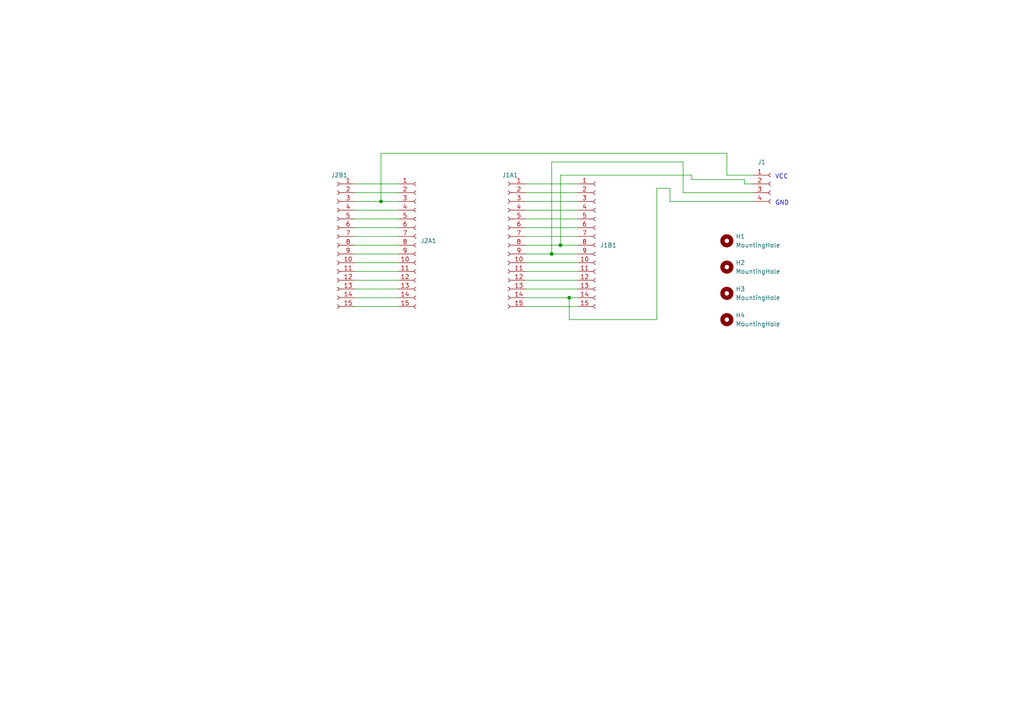
<source format=kicad_sch>
(kicad_sch (version 20211123) (generator eeschema)

  (uuid a6cac225-80c9-42d7-bb5e-e6d0df0e97f6)

  (paper "A4")

  (lib_symbols
    (symbol "Connector:Conn_01x04_Female" (pin_names (offset 1.016) hide) (in_bom yes) (on_board yes)
      (property "Reference" "J" (id 0) (at 0 5.08 0)
        (effects (font (size 1.27 1.27)))
      )
      (property "Value" "Conn_01x04_Female" (id 1) (at 0 -7.62 0)
        (effects (font (size 1.27 1.27)))
      )
      (property "Footprint" "" (id 2) (at 0 0 0)
        (effects (font (size 1.27 1.27)) hide)
      )
      (property "Datasheet" "~" (id 3) (at 0 0 0)
        (effects (font (size 1.27 1.27)) hide)
      )
      (property "ki_keywords" "connector" (id 4) (at 0 0 0)
        (effects (font (size 1.27 1.27)) hide)
      )
      (property "ki_description" "Generic connector, single row, 01x04, script generated (kicad-library-utils/schlib/autogen/connector/)" (id 5) (at 0 0 0)
        (effects (font (size 1.27 1.27)) hide)
      )
      (property "ki_fp_filters" "Connector*:*_1x??_*" (id 6) (at 0 0 0)
        (effects (font (size 1.27 1.27)) hide)
      )
      (symbol "Conn_01x04_Female_1_1"
        (arc (start 0 -4.572) (mid -0.508 -5.08) (end 0 -5.588)
          (stroke (width 0.1524) (type default) (color 0 0 0 0))
          (fill (type none))
        )
        (arc (start 0 -2.032) (mid -0.508 -2.54) (end 0 -3.048)
          (stroke (width 0.1524) (type default) (color 0 0 0 0))
          (fill (type none))
        )
        (polyline
          (pts
            (xy -1.27 -5.08)
            (xy -0.508 -5.08)
          )
          (stroke (width 0.1524) (type default) (color 0 0 0 0))
          (fill (type none))
        )
        (polyline
          (pts
            (xy -1.27 -2.54)
            (xy -0.508 -2.54)
          )
          (stroke (width 0.1524) (type default) (color 0 0 0 0))
          (fill (type none))
        )
        (polyline
          (pts
            (xy -1.27 0)
            (xy -0.508 0)
          )
          (stroke (width 0.1524) (type default) (color 0 0 0 0))
          (fill (type none))
        )
        (polyline
          (pts
            (xy -1.27 2.54)
            (xy -0.508 2.54)
          )
          (stroke (width 0.1524) (type default) (color 0 0 0 0))
          (fill (type none))
        )
        (arc (start 0 0.508) (mid -0.508 0) (end 0 -0.508)
          (stroke (width 0.1524) (type default) (color 0 0 0 0))
          (fill (type none))
        )
        (arc (start 0 3.048) (mid -0.508 2.54) (end 0 2.032)
          (stroke (width 0.1524) (type default) (color 0 0 0 0))
          (fill (type none))
        )
        (pin passive line (at -5.08 2.54 0) (length 3.81)
          (name "Pin_1" (effects (font (size 1.27 1.27))))
          (number "1" (effects (font (size 1.27 1.27))))
        )
        (pin passive line (at -5.08 0 0) (length 3.81)
          (name "Pin_2" (effects (font (size 1.27 1.27))))
          (number "2" (effects (font (size 1.27 1.27))))
        )
        (pin passive line (at -5.08 -2.54 0) (length 3.81)
          (name "Pin_3" (effects (font (size 1.27 1.27))))
          (number "3" (effects (font (size 1.27 1.27))))
        )
        (pin passive line (at -5.08 -5.08 0) (length 3.81)
          (name "Pin_4" (effects (font (size 1.27 1.27))))
          (number "4" (effects (font (size 1.27 1.27))))
        )
      )
    )
    (symbol "Connector:Conn_01x15_Female" (pin_names (offset 1.016) hide) (in_bom yes) (on_board yes)
      (property "Reference" "J" (id 0) (at 0 20.32 0)
        (effects (font (size 1.27 1.27)))
      )
      (property "Value" "Conn_01x15_Female" (id 1) (at 0 -20.32 0)
        (effects (font (size 1.27 1.27)))
      )
      (property "Footprint" "" (id 2) (at 0 0 0)
        (effects (font (size 1.27 1.27)) hide)
      )
      (property "Datasheet" "~" (id 3) (at 0 0 0)
        (effects (font (size 1.27 1.27)) hide)
      )
      (property "ki_keywords" "connector" (id 4) (at 0 0 0)
        (effects (font (size 1.27 1.27)) hide)
      )
      (property "ki_description" "Generic connector, single row, 01x15, script generated (kicad-library-utils/schlib/autogen/connector/)" (id 5) (at 0 0 0)
        (effects (font (size 1.27 1.27)) hide)
      )
      (property "ki_fp_filters" "Connector*:*_1x??_*" (id 6) (at 0 0 0)
        (effects (font (size 1.27 1.27)) hide)
      )
      (symbol "Conn_01x15_Female_1_1"
        (arc (start 0 -17.272) (mid -0.508 -17.78) (end 0 -18.288)
          (stroke (width 0.1524) (type default) (color 0 0 0 0))
          (fill (type none))
        )
        (arc (start 0 -14.732) (mid -0.508 -15.24) (end 0 -15.748)
          (stroke (width 0.1524) (type default) (color 0 0 0 0))
          (fill (type none))
        )
        (arc (start 0 -12.192) (mid -0.508 -12.7) (end 0 -13.208)
          (stroke (width 0.1524) (type default) (color 0 0 0 0))
          (fill (type none))
        )
        (arc (start 0 -9.652) (mid -0.508 -10.16) (end 0 -10.668)
          (stroke (width 0.1524) (type default) (color 0 0 0 0))
          (fill (type none))
        )
        (arc (start 0 -7.112) (mid -0.508 -7.62) (end 0 -8.128)
          (stroke (width 0.1524) (type default) (color 0 0 0 0))
          (fill (type none))
        )
        (arc (start 0 -4.572) (mid -0.508 -5.08) (end 0 -5.588)
          (stroke (width 0.1524) (type default) (color 0 0 0 0))
          (fill (type none))
        )
        (arc (start 0 -2.032) (mid -0.508 -2.54) (end 0 -3.048)
          (stroke (width 0.1524) (type default) (color 0 0 0 0))
          (fill (type none))
        )
        (polyline
          (pts
            (xy -1.27 -17.78)
            (xy -0.508 -17.78)
          )
          (stroke (width 0.1524) (type default) (color 0 0 0 0))
          (fill (type none))
        )
        (polyline
          (pts
            (xy -1.27 -15.24)
            (xy -0.508 -15.24)
          )
          (stroke (width 0.1524) (type default) (color 0 0 0 0))
          (fill (type none))
        )
        (polyline
          (pts
            (xy -1.27 -12.7)
            (xy -0.508 -12.7)
          )
          (stroke (width 0.1524) (type default) (color 0 0 0 0))
          (fill (type none))
        )
        (polyline
          (pts
            (xy -1.27 -10.16)
            (xy -0.508 -10.16)
          )
          (stroke (width 0.1524) (type default) (color 0 0 0 0))
          (fill (type none))
        )
        (polyline
          (pts
            (xy -1.27 -7.62)
            (xy -0.508 -7.62)
          )
          (stroke (width 0.1524) (type default) (color 0 0 0 0))
          (fill (type none))
        )
        (polyline
          (pts
            (xy -1.27 -5.08)
            (xy -0.508 -5.08)
          )
          (stroke (width 0.1524) (type default) (color 0 0 0 0))
          (fill (type none))
        )
        (polyline
          (pts
            (xy -1.27 -2.54)
            (xy -0.508 -2.54)
          )
          (stroke (width 0.1524) (type default) (color 0 0 0 0))
          (fill (type none))
        )
        (polyline
          (pts
            (xy -1.27 0)
            (xy -0.508 0)
          )
          (stroke (width 0.1524) (type default) (color 0 0 0 0))
          (fill (type none))
        )
        (polyline
          (pts
            (xy -1.27 2.54)
            (xy -0.508 2.54)
          )
          (stroke (width 0.1524) (type default) (color 0 0 0 0))
          (fill (type none))
        )
        (polyline
          (pts
            (xy -1.27 5.08)
            (xy -0.508 5.08)
          )
          (stroke (width 0.1524) (type default) (color 0 0 0 0))
          (fill (type none))
        )
        (polyline
          (pts
            (xy -1.27 7.62)
            (xy -0.508 7.62)
          )
          (stroke (width 0.1524) (type default) (color 0 0 0 0))
          (fill (type none))
        )
        (polyline
          (pts
            (xy -1.27 10.16)
            (xy -0.508 10.16)
          )
          (stroke (width 0.1524) (type default) (color 0 0 0 0))
          (fill (type none))
        )
        (polyline
          (pts
            (xy -1.27 12.7)
            (xy -0.508 12.7)
          )
          (stroke (width 0.1524) (type default) (color 0 0 0 0))
          (fill (type none))
        )
        (polyline
          (pts
            (xy -1.27 15.24)
            (xy -0.508 15.24)
          )
          (stroke (width 0.1524) (type default) (color 0 0 0 0))
          (fill (type none))
        )
        (polyline
          (pts
            (xy -1.27 17.78)
            (xy -0.508 17.78)
          )
          (stroke (width 0.1524) (type default) (color 0 0 0 0))
          (fill (type none))
        )
        (arc (start 0 0.508) (mid -0.508 0) (end 0 -0.508)
          (stroke (width 0.1524) (type default) (color 0 0 0 0))
          (fill (type none))
        )
        (arc (start 0 3.048) (mid -0.508 2.54) (end 0 2.032)
          (stroke (width 0.1524) (type default) (color 0 0 0 0))
          (fill (type none))
        )
        (arc (start 0 5.588) (mid -0.508 5.08) (end 0 4.572)
          (stroke (width 0.1524) (type default) (color 0 0 0 0))
          (fill (type none))
        )
        (arc (start 0 8.128) (mid -0.508 7.62) (end 0 7.112)
          (stroke (width 0.1524) (type default) (color 0 0 0 0))
          (fill (type none))
        )
        (arc (start 0 10.668) (mid -0.508 10.16) (end 0 9.652)
          (stroke (width 0.1524) (type default) (color 0 0 0 0))
          (fill (type none))
        )
        (arc (start 0 13.208) (mid -0.508 12.7) (end 0 12.192)
          (stroke (width 0.1524) (type default) (color 0 0 0 0))
          (fill (type none))
        )
        (arc (start 0 15.748) (mid -0.508 15.24) (end 0 14.732)
          (stroke (width 0.1524) (type default) (color 0 0 0 0))
          (fill (type none))
        )
        (arc (start 0 18.288) (mid -0.508 17.78) (end 0 17.272)
          (stroke (width 0.1524) (type default) (color 0 0 0 0))
          (fill (type none))
        )
        (pin passive line (at -5.08 17.78 0) (length 3.81)
          (name "Pin_1" (effects (font (size 1.27 1.27))))
          (number "1" (effects (font (size 1.27 1.27))))
        )
        (pin passive line (at -5.08 -5.08 0) (length 3.81)
          (name "Pin_10" (effects (font (size 1.27 1.27))))
          (number "10" (effects (font (size 1.27 1.27))))
        )
        (pin passive line (at -5.08 -7.62 0) (length 3.81)
          (name "Pin_11" (effects (font (size 1.27 1.27))))
          (number "11" (effects (font (size 1.27 1.27))))
        )
        (pin passive line (at -5.08 -10.16 0) (length 3.81)
          (name "Pin_12" (effects (font (size 1.27 1.27))))
          (number "12" (effects (font (size 1.27 1.27))))
        )
        (pin passive line (at -5.08 -12.7 0) (length 3.81)
          (name "Pin_13" (effects (font (size 1.27 1.27))))
          (number "13" (effects (font (size 1.27 1.27))))
        )
        (pin passive line (at -5.08 -15.24 0) (length 3.81)
          (name "Pin_14" (effects (font (size 1.27 1.27))))
          (number "14" (effects (font (size 1.27 1.27))))
        )
        (pin passive line (at -5.08 -17.78 0) (length 3.81)
          (name "Pin_15" (effects (font (size 1.27 1.27))))
          (number "15" (effects (font (size 1.27 1.27))))
        )
        (pin passive line (at -5.08 15.24 0) (length 3.81)
          (name "Pin_2" (effects (font (size 1.27 1.27))))
          (number "2" (effects (font (size 1.27 1.27))))
        )
        (pin passive line (at -5.08 12.7 0) (length 3.81)
          (name "Pin_3" (effects (font (size 1.27 1.27))))
          (number "3" (effects (font (size 1.27 1.27))))
        )
        (pin passive line (at -5.08 10.16 0) (length 3.81)
          (name "Pin_4" (effects (font (size 1.27 1.27))))
          (number "4" (effects (font (size 1.27 1.27))))
        )
        (pin passive line (at -5.08 7.62 0) (length 3.81)
          (name "Pin_5" (effects (font (size 1.27 1.27))))
          (number "5" (effects (font (size 1.27 1.27))))
        )
        (pin passive line (at -5.08 5.08 0) (length 3.81)
          (name "Pin_6" (effects (font (size 1.27 1.27))))
          (number "6" (effects (font (size 1.27 1.27))))
        )
        (pin passive line (at -5.08 2.54 0) (length 3.81)
          (name "Pin_7" (effects (font (size 1.27 1.27))))
          (number "7" (effects (font (size 1.27 1.27))))
        )
        (pin passive line (at -5.08 0 0) (length 3.81)
          (name "Pin_8" (effects (font (size 1.27 1.27))))
          (number "8" (effects (font (size 1.27 1.27))))
        )
        (pin passive line (at -5.08 -2.54 0) (length 3.81)
          (name "Pin_9" (effects (font (size 1.27 1.27))))
          (number "9" (effects (font (size 1.27 1.27))))
        )
      )
    )
    (symbol "Mechanical:MountingHole" (pin_names (offset 1.016)) (in_bom yes) (on_board yes)
      (property "Reference" "H" (id 0) (at 0 5.08 0)
        (effects (font (size 1.27 1.27)))
      )
      (property "Value" "MountingHole" (id 1) (at 0 3.175 0)
        (effects (font (size 1.27 1.27)))
      )
      (property "Footprint" "" (id 2) (at 0 0 0)
        (effects (font (size 1.27 1.27)) hide)
      )
      (property "Datasheet" "~" (id 3) (at 0 0 0)
        (effects (font (size 1.27 1.27)) hide)
      )
      (property "ki_keywords" "mounting hole" (id 4) (at 0 0 0)
        (effects (font (size 1.27 1.27)) hide)
      )
      (property "ki_description" "Mounting Hole without connection" (id 5) (at 0 0 0)
        (effects (font (size 1.27 1.27)) hide)
      )
      (property "ki_fp_filters" "MountingHole*" (id 6) (at 0 0 0)
        (effects (font (size 1.27 1.27)) hide)
      )
      (symbol "MountingHole_0_1"
        (circle (center 0 0) (radius 1.27)
          (stroke (width 1.27) (type default) (color 0 0 0 0))
          (fill (type none))
        )
      )
    )
  )

  (junction (at 110.49 58.42) (diameter 0) (color 0 0 0 0)
    (uuid 1fc1915d-0e0b-4eef-abe3-ec5d140beab6)
  )
  (junction (at 162.56 71.12) (diameter 0) (color 0 0 0 0)
    (uuid 6741cb84-71df-4ec8-a946-d986f6721fda)
  )
  (junction (at 160.02 73.66) (diameter 0) (color 0 0 0 0)
    (uuid 81b75602-807b-4db6-8736-6244f84d9eb2)
  )
  (junction (at 165.1 86.36) (diameter 0) (color 0 0 0 0)
    (uuid 873cd485-e523-4932-bc31-7910235eed8b)
  )

  (wire (pts (xy 210.82 50.8) (xy 210.82 44.45))
    (stroke (width 0) (type default) (color 0 0 0 0))
    (uuid 021ab424-ca19-4ad0-a293-e39eeeaa8624)
  )
  (wire (pts (xy 152.4 53.34) (xy 167.64 53.34))
    (stroke (width 0) (type default) (color 0 0 0 0))
    (uuid 092e98f3-bfa2-48c3-b9e5-81772870c30e)
  )
  (wire (pts (xy 102.87 78.74) (xy 115.57 78.74))
    (stroke (width 0) (type default) (color 0 0 0 0))
    (uuid 0fea52ec-8208-4c51-819a-7d2dcf115f60)
  )
  (wire (pts (xy 102.87 83.82) (xy 115.57 83.82))
    (stroke (width 0) (type default) (color 0 0 0 0))
    (uuid 141c93a7-0f89-4d74-9256-fc095d62b9f8)
  )
  (wire (pts (xy 110.49 58.42) (xy 115.57 58.42))
    (stroke (width 0) (type default) (color 0 0 0 0))
    (uuid 1884976d-9161-49c1-b347-f4beeb346847)
  )
  (wire (pts (xy 200.66 52.07) (xy 200.66 50.8))
    (stroke (width 0) (type default) (color 0 0 0 0))
    (uuid 247212c3-4183-4385-ac72-dee3a98fe7cf)
  )
  (wire (pts (xy 152.4 86.36) (xy 165.1 86.36))
    (stroke (width 0) (type default) (color 0 0 0 0))
    (uuid 25ddd75e-78b4-4354-9f83-829f9a8a7202)
  )
  (wire (pts (xy 152.4 88.9) (xy 167.64 88.9))
    (stroke (width 0) (type default) (color 0 0 0 0))
    (uuid 2631d11b-527e-47a9-b09f-ca467fd30f6c)
  )
  (wire (pts (xy 190.5 92.71) (xy 165.1 92.71))
    (stroke (width 0) (type default) (color 0 0 0 0))
    (uuid 287ddf2f-5ce2-48cf-ba2d-89b41c1fe20e)
  )
  (wire (pts (xy 102.87 53.34) (xy 115.57 53.34))
    (stroke (width 0) (type default) (color 0 0 0 0))
    (uuid 28e3b403-41f9-40d6-9a88-d725dc6588fa)
  )
  (wire (pts (xy 102.87 60.96) (xy 115.57 60.96))
    (stroke (width 0) (type default) (color 0 0 0 0))
    (uuid 29b78528-ba8c-4f45-8644-c971a882cfb9)
  )
  (wire (pts (xy 162.56 71.12) (xy 167.64 71.12))
    (stroke (width 0) (type default) (color 0 0 0 0))
    (uuid 305394a5-c500-48bb-acb8-fc0b0b0cb08d)
  )
  (wire (pts (xy 102.87 71.12) (xy 115.57 71.12))
    (stroke (width 0) (type default) (color 0 0 0 0))
    (uuid 31794fb1-13a6-43ec-b798-3938a037525b)
  )
  (wire (pts (xy 152.4 68.58) (xy 167.64 68.58))
    (stroke (width 0) (type default) (color 0 0 0 0))
    (uuid 3b088a11-71c8-4b4a-a364-a29e10306d6a)
  )
  (wire (pts (xy 152.4 83.82) (xy 167.64 83.82))
    (stroke (width 0) (type default) (color 0 0 0 0))
    (uuid 4f6c7df9-7e52-4a94-a956-b7d615eb8c16)
  )
  (wire (pts (xy 152.4 63.5) (xy 167.64 63.5))
    (stroke (width 0) (type default) (color 0 0 0 0))
    (uuid 55ffddbe-237f-4259-aba3-b0810c7fcc95)
  )
  (wire (pts (xy 152.4 78.74) (xy 167.64 78.74))
    (stroke (width 0) (type default) (color 0 0 0 0))
    (uuid 584cd8ff-8bf0-4636-a25b-3b2948a0faa6)
  )
  (wire (pts (xy 102.87 73.66) (xy 115.57 73.66))
    (stroke (width 0) (type default) (color 0 0 0 0))
    (uuid 60db4348-3b4f-488f-a849-f99326e44b40)
  )
  (wire (pts (xy 160.02 46.99) (xy 160.02 73.66))
    (stroke (width 0) (type default) (color 0 0 0 0))
    (uuid 6e5d3198-f1f3-4f2f-ae4c-0d77ea90c184)
  )
  (wire (pts (xy 102.87 68.58) (xy 115.57 68.58))
    (stroke (width 0) (type default) (color 0 0 0 0))
    (uuid 6fbfd0fe-c39e-47c9-a2c5-167035fdb04d)
  )
  (wire (pts (xy 152.4 66.04) (xy 167.64 66.04))
    (stroke (width 0) (type default) (color 0 0 0 0))
    (uuid 70fb51f1-8dad-4861-9627-6e0efb674b05)
  )
  (wire (pts (xy 102.87 76.2) (xy 115.57 76.2))
    (stroke (width 0) (type default) (color 0 0 0 0))
    (uuid 712d512b-02c4-44b7-aa61-001c47d867d5)
  )
  (wire (pts (xy 102.87 81.28) (xy 115.57 81.28))
    (stroke (width 0) (type default) (color 0 0 0 0))
    (uuid 7175837d-c421-46c6-b873-21532a17fd1e)
  )
  (wire (pts (xy 218.44 55.88) (xy 198.12 55.88))
    (stroke (width 0) (type default) (color 0 0 0 0))
    (uuid 746b2103-a33e-45f1-980d-769cb6543a2b)
  )
  (wire (pts (xy 102.87 58.42) (xy 110.49 58.42))
    (stroke (width 0) (type default) (color 0 0 0 0))
    (uuid 7a96960f-adb7-42c2-9135-4393479a46b3)
  )
  (wire (pts (xy 152.4 60.96) (xy 167.64 60.96))
    (stroke (width 0) (type default) (color 0 0 0 0))
    (uuid 7e2d1022-ca10-4e66-b394-c742075e119c)
  )
  (wire (pts (xy 102.87 63.5) (xy 115.57 63.5))
    (stroke (width 0) (type default) (color 0 0 0 0))
    (uuid 89065d4d-5bda-413c-998d-60134d199f1f)
  )
  (wire (pts (xy 200.66 50.8) (xy 162.56 50.8))
    (stroke (width 0) (type default) (color 0 0 0 0))
    (uuid 973c97ee-a588-4434-84db-30234cb5986e)
  )
  (wire (pts (xy 102.87 55.88) (xy 115.57 55.88))
    (stroke (width 0) (type default) (color 0 0 0 0))
    (uuid 9bcde1bb-ecdd-45b5-9c63-a6e5680ae861)
  )
  (wire (pts (xy 194.31 54.61) (xy 194.31 58.42))
    (stroke (width 0) (type default) (color 0 0 0 0))
    (uuid 9f58a1f3-5bfd-44d4-b2d6-1ac299d85d4c)
  )
  (wire (pts (xy 215.9 52.07) (xy 215.9 53.34))
    (stroke (width 0) (type default) (color 0 0 0 0))
    (uuid a5a6a9c3-2544-444e-b2f7-f9856b1743aa)
  )
  (wire (pts (xy 190.5 54.61) (xy 190.5 92.71))
    (stroke (width 0) (type default) (color 0 0 0 0))
    (uuid a6b3c319-bdaf-4918-8008-ef9d57273887)
  )
  (wire (pts (xy 152.4 73.66) (xy 160.02 73.66))
    (stroke (width 0) (type default) (color 0 0 0 0))
    (uuid ae852d09-4550-43af-8276-ece82bcfbb2b)
  )
  (wire (pts (xy 162.56 50.8) (xy 162.56 71.12))
    (stroke (width 0) (type default) (color 0 0 0 0))
    (uuid b3afae06-543c-4fc3-8f91-291eacaa8757)
  )
  (wire (pts (xy 152.4 76.2) (xy 167.64 76.2))
    (stroke (width 0) (type default) (color 0 0 0 0))
    (uuid b4eb938e-4a7e-4992-9c2b-914397d3c8e1)
  )
  (wire (pts (xy 152.4 55.88) (xy 167.64 55.88))
    (stroke (width 0) (type default) (color 0 0 0 0))
    (uuid b5d89d1b-4e68-473c-8286-2e35f058a77c)
  )
  (wire (pts (xy 198.12 46.99) (xy 160.02 46.99))
    (stroke (width 0) (type default) (color 0 0 0 0))
    (uuid ba76def0-ec65-4012-a843-38b6b14fb3c4)
  )
  (wire (pts (xy 215.9 52.07) (xy 200.66 52.07))
    (stroke (width 0) (type default) (color 0 0 0 0))
    (uuid bac8b85c-d224-4627-aedd-1f4a4eb391dd)
  )
  (wire (pts (xy 110.49 44.45) (xy 110.49 58.42))
    (stroke (width 0) (type default) (color 0 0 0 0))
    (uuid bc04cb08-9555-4e2f-b4d6-674eefcf478b)
  )
  (wire (pts (xy 102.87 88.9) (xy 115.57 88.9))
    (stroke (width 0) (type default) (color 0 0 0 0))
    (uuid bffaf069-3bf1-48c4-9c37-85b8ed6ba48e)
  )
  (wire (pts (xy 198.12 46.99) (xy 198.12 55.88))
    (stroke (width 0) (type default) (color 0 0 0 0))
    (uuid c4467869-1501-4bee-82f4-f5e076a97aac)
  )
  (wire (pts (xy 102.87 86.36) (xy 115.57 86.36))
    (stroke (width 0) (type default) (color 0 0 0 0))
    (uuid c54f8855-ecc6-462a-9b4e-faf42ec3d4fb)
  )
  (wire (pts (xy 194.31 58.42) (xy 218.44 58.42))
    (stroke (width 0) (type default) (color 0 0 0 0))
    (uuid c8da4f53-1544-4ecb-ada4-49de116e04c1)
  )
  (wire (pts (xy 102.87 66.04) (xy 115.57 66.04))
    (stroke (width 0) (type default) (color 0 0 0 0))
    (uuid cc8d77af-75ed-4a1e-8b81-77ec5681656d)
  )
  (wire (pts (xy 215.9 53.34) (xy 218.44 53.34))
    (stroke (width 0) (type default) (color 0 0 0 0))
    (uuid ccac3077-2206-4870-97d5-f8df546f8e8a)
  )
  (wire (pts (xy 152.4 58.42) (xy 167.64 58.42))
    (stroke (width 0) (type default) (color 0 0 0 0))
    (uuid cee6a1ff-8db1-4821-b5b7-c49b889db77d)
  )
  (wire (pts (xy 152.4 81.28) (xy 167.64 81.28))
    (stroke (width 0) (type default) (color 0 0 0 0))
    (uuid cf775c38-c662-40b0-9529-69f02dd3c320)
  )
  (wire (pts (xy 152.4 71.12) (xy 162.56 71.12))
    (stroke (width 0) (type default) (color 0 0 0 0))
    (uuid d0392c8a-fc06-4679-8bce-714cd15bf20a)
  )
  (wire (pts (xy 110.49 44.45) (xy 210.82 44.45))
    (stroke (width 0) (type default) (color 0 0 0 0))
    (uuid d0d249fb-991d-4d5f-aa73-014ad67352d4)
  )
  (wire (pts (xy 194.31 54.61) (xy 190.5 54.61))
    (stroke (width 0) (type default) (color 0 0 0 0))
    (uuid e2af2646-ddfc-4784-ba22-49f2c8b28180)
  )
  (wire (pts (xy 165.1 86.36) (xy 167.64 86.36))
    (stroke (width 0) (type default) (color 0 0 0 0))
    (uuid e6c072ad-52bb-4c7c-abfe-8d829125b1ae)
  )
  (wire (pts (xy 218.44 50.8) (xy 210.82 50.8))
    (stroke (width 0) (type default) (color 0 0 0 0))
    (uuid e8d15057-3b55-45f7-ae7b-75ac087127d7)
  )
  (wire (pts (xy 165.1 92.71) (xy 165.1 86.36))
    (stroke (width 0) (type default) (color 0 0 0 0))
    (uuid eadca7d6-470a-4492-9dbf-7ff3e12c2a21)
  )
  (wire (pts (xy 160.02 73.66) (xy 167.64 73.66))
    (stroke (width 0) (type default) (color 0 0 0 0))
    (uuid f05a17e9-b4e0-46b9-8637-738a35390717)
  )

  (text "GND" (at 224.79 59.69 0)
    (effects (font (size 1.27 1.27)) (justify left bottom))
    (uuid 23fcb4b1-7ad7-4c17-8456-573d411a679f)
  )
  (text "VCC" (at 224.79 52.07 0)
    (effects (font (size 1.27 1.27)) (justify left bottom))
    (uuid f40448eb-60a3-48b6-ade3-c1eb87bb22c0)
  )

  (symbol (lib_id "Mechanical:MountingHole") (at 210.82 92.71 0) (unit 1)
    (in_bom yes) (on_board yes) (fields_autoplaced)
    (uuid 087bfafe-fc66-42ed-8b7f-d6ee73f63e49)
    (property "Reference" "H4" (id 0) (at 213.36 91.4399 0)
      (effects (font (size 1.27 1.27)) (justify left))
    )
    (property "Value" "MountingHole" (id 1) (at 213.36 93.9799 0)
      (effects (font (size 1.27 1.27)) (justify left))
    )
    (property "Footprint" "MountingHole:MountingHole_3mm" (id 2) (at 210.82 92.71 0)
      (effects (font (size 1.27 1.27)) hide)
    )
    (property "Datasheet" "~" (id 3) (at 210.82 92.71 0)
      (effects (font (size 1.27 1.27)) hide)
    )
  )

  (symbol (lib_id "Mechanical:MountingHole") (at 210.82 77.47 0) (unit 1)
    (in_bom yes) (on_board yes) (fields_autoplaced)
    (uuid 3e9315f4-a388-4600-9d9e-f160e1ad6a6a)
    (property "Reference" "H2" (id 0) (at 213.36 76.1999 0)
      (effects (font (size 1.27 1.27)) (justify left))
    )
    (property "Value" "MountingHole" (id 1) (at 213.36 78.7399 0)
      (effects (font (size 1.27 1.27)) (justify left))
    )
    (property "Footprint" "MountingHole:MountingHole_3mm" (id 2) (at 210.82 77.47 0)
      (effects (font (size 1.27 1.27)) hide)
    )
    (property "Datasheet" "~" (id 3) (at 210.82 77.47 0)
      (effects (font (size 1.27 1.27)) hide)
    )
  )

  (symbol (lib_id "Mechanical:MountingHole") (at 210.82 85.09 0) (unit 1)
    (in_bom yes) (on_board yes) (fields_autoplaced)
    (uuid 6e2ac412-4376-40d2-901e-c2d9b67c6c32)
    (property "Reference" "H3" (id 0) (at 213.36 83.8199 0)
      (effects (font (size 1.27 1.27)) (justify left))
    )
    (property "Value" "MountingHole" (id 1) (at 213.36 86.3599 0)
      (effects (font (size 1.27 1.27)) (justify left))
    )
    (property "Footprint" "MountingHole:MountingHole_3mm" (id 2) (at 210.82 85.09 0)
      (effects (font (size 1.27 1.27)) hide)
    )
    (property "Datasheet" "~" (id 3) (at 210.82 85.09 0)
      (effects (font (size 1.27 1.27)) hide)
    )
  )

  (symbol (lib_id "Connector:Conn_01x15_Female") (at 172.72 71.12 0) (unit 1)
    (in_bom yes) (on_board yes) (fields_autoplaced)
    (uuid 707ecd76-e661-4cbb-bdd9-27d7b3ed3eb6)
    (property "Reference" "J1B1" (id 0) (at 173.99 71.1199 0)
      (effects (font (size 1.27 1.27)) (justify left))
    )
    (property "Value" "Conn_01x15_Female" (id 1) (at 173.99 72.3899 0)
      (effects (font (size 1.27 1.27)) (justify left) hide)
    )
    (property "Footprint" "Connector_PinSocket_2.54mm:PinSocket_1x15_P2.54mm_Vertical" (id 2) (at 172.72 71.12 0)
      (effects (font (size 1.27 1.27)) hide)
    )
    (property "Datasheet" "~" (id 3) (at 172.72 71.12 0)
      (effects (font (size 1.27 1.27)) hide)
    )
    (pin "1" (uuid 2468dfd6-95d6-4e14-8a80-88eb61a7f633))
    (pin "10" (uuid 6c53c228-46a5-4c4b-8fdb-108d734e9458))
    (pin "11" (uuid 37c4525c-014a-466d-909c-41468b865593))
    (pin "12" (uuid bfb61ae6-027c-48da-bf09-c3cf6db1da21))
    (pin "13" (uuid c64ba7e5-bab0-424f-9a94-afce10fdf433))
    (pin "14" (uuid b6ac30aa-c4bd-4156-af03-062e9852ced4))
    (pin "15" (uuid 4ec5401e-8d15-4abd-adf8-1eae32e89139))
    (pin "2" (uuid 981b0ef6-6d96-467b-a3bd-e56a48ca0c60))
    (pin "3" (uuid 540ed100-13a2-4a6c-804f-b5cc6cffd5bd))
    (pin "4" (uuid 96f319cd-3b53-479d-a30f-fa8207e3ec30))
    (pin "5" (uuid dc69ec5a-69d5-44c8-a878-a6d77cf91df4))
    (pin "6" (uuid 5024bb4a-803c-4610-af4f-8fd81d5c60ac))
    (pin "7" (uuid 3d9ef933-dad6-45fb-a72f-74fd32e95f0e))
    (pin "8" (uuid d75d1f8a-de62-4a51-9753-fc58c7b966a5))
    (pin "9" (uuid 4f2f8979-49a0-4de5-a3b3-0f7fc85c4ca7))
  )

  (symbol (lib_id "Connector:Conn_01x15_Female") (at 120.65 71.12 0) (unit 1)
    (in_bom yes) (on_board yes) (fields_autoplaced)
    (uuid 72936bc7-e050-4bae-b639-3c64017478e4)
    (property "Reference" "J2A1" (id 0) (at 121.92 69.8499 0)
      (effects (font (size 1.27 1.27)) (justify left))
    )
    (property "Value" "Conn_01x15_Female" (id 1) (at 121.92 72.3899 0)
      (effects (font (size 1.27 1.27)) (justify left) hide)
    )
    (property "Footprint" "Connector_PinSocket_2.54mm:PinSocket_1x15_P2.54mm_Vertical" (id 2) (at 120.65 71.12 0)
      (effects (font (size 1.27 1.27)) hide)
    )
    (property "Datasheet" "~" (id 3) (at 120.65 71.12 0)
      (effects (font (size 1.27 1.27)) hide)
    )
    (pin "1" (uuid 0eb297df-2acd-4423-baf3-205fc376df13))
    (pin "10" (uuid b5fd6891-0a45-4d26-a352-342a5c289715))
    (pin "11" (uuid b681fa85-5c28-4f9b-95ac-46d0f4234f79))
    (pin "12" (uuid b1bc9d6e-09d4-4518-9c7b-f2a70f64b59b))
    (pin "13" (uuid 940c1769-6b73-47cc-ac47-280fc6915c83))
    (pin "14" (uuid 62ac8f2e-7c39-490b-820c-6f05e3828c00))
    (pin "15" (uuid d3005c09-3344-4174-a94c-714850cde572))
    (pin "2" (uuid 0ae17b4c-2135-4d20-ae8e-4a2febeba34b))
    (pin "3" (uuid 68cad985-4ac7-446e-8e97-cadc44ad5edd))
    (pin "4" (uuid 5b9b3890-47b9-4a22-84d0-5b2431761fb7))
    (pin "5" (uuid 7be928b6-f03f-453c-8c70-fc2c8e32c64d))
    (pin "6" (uuid d968ce07-185f-48f1-9549-6c1a951205a3))
    (pin "7" (uuid e7c8eb73-3e51-4ab6-a1d3-d2fd83e57c4f))
    (pin "8" (uuid b73b215e-9263-4765-90f1-54098988b36c))
    (pin "9" (uuid fe5ac5ae-d2dc-47f5-bff7-3eee06cce442))
  )

  (symbol (lib_id "Connector:Conn_01x04_Female") (at 223.52 53.34 0) (unit 1)
    (in_bom yes) (on_board yes)
    (uuid a1f8a54e-c865-45fe-8af8-b393108421c6)
    (property "Reference" "J1" (id 0) (at 219.71 46.99 0)
      (effects (font (size 1.27 1.27)) (justify left))
    )
    (property "Value" "Conn_01x04_Female" (id 1) (at 224.79 55.8799 0)
      (effects (font (size 1.27 1.27)) (justify left) hide)
    )
    (property "Footprint" "Connector_PinSocket_2.54mm:PinSocket_1x04_P2.54mm_Vertical" (id 2) (at 223.52 53.34 0)
      (effects (font (size 1.27 1.27)) hide)
    )
    (property "Datasheet" "~" (id 3) (at 223.52 53.34 0)
      (effects (font (size 1.27 1.27)) hide)
    )
    (pin "1" (uuid 20b4ef57-b09e-4d47-9152-240bd68b72bf))
    (pin "2" (uuid 580d78b1-7ddc-4d24-8478-243396256fa4))
    (pin "3" (uuid e1337c54-3e8a-41cd-ac5f-470137fc4148))
    (pin "4" (uuid fd7a468d-3d8b-4bb8-b8a6-e43a2232d134))
  )

  (symbol (lib_id "Connector:Conn_01x15_Female") (at 97.79 71.12 0) (mirror y) (unit 1)
    (in_bom yes) (on_board yes) (fields_autoplaced)
    (uuid adb98106-eda5-4556-b244-47ef17d33a66)
    (property "Reference" "J2B1" (id 0) (at 98.425 50.8 0))
    (property "Value" "Conn_01x15_Female" (id 1) (at 96.52 72.3899 0)
      (effects (font (size 1.27 1.27)) (justify left) hide)
    )
    (property "Footprint" "Connector_PinSocket_2.54mm:PinSocket_1x15_P2.54mm_Vertical" (id 2) (at 97.79 71.12 0)
      (effects (font (size 1.27 1.27)) hide)
    )
    (property "Datasheet" "~" (id 3) (at 97.79 71.12 0)
      (effects (font (size 1.27 1.27)) hide)
    )
    (pin "1" (uuid 1eb048e4-89ee-44c0-8f08-7ab0b6af061a))
    (pin "10" (uuid 1826771e-39be-4ed1-afe5-83c6be3852ee))
    (pin "11" (uuid 4d066aa9-cb5c-4c8c-b683-a5960966ba99))
    (pin "12" (uuid 86814c44-59cf-451a-a832-5ae2d485d345))
    (pin "13" (uuid 336d68c4-61af-4f1d-a4d5-2baef8dd5ec7))
    (pin "14" (uuid 07e99245-cac8-429b-a4b7-d6a365ff6cf8))
    (pin "15" (uuid 1cea8551-c249-4520-a12e-cb0fa4cc3ff2))
    (pin "2" (uuid 547fc6b1-8151-46dd-8939-ee2353d359db))
    (pin "3" (uuid 9e60cc26-7a3a-4bea-9b4d-fab512ad6578))
    (pin "4" (uuid 0174447f-d265-4d14-8633-732ee5712e40))
    (pin "5" (uuid 135251cb-1075-468c-8d45-27753192ee59))
    (pin "6" (uuid 3ccdbb7e-a591-4c77-8ab9-ce9944a95908))
    (pin "7" (uuid 15e20ae6-15d1-4b69-8124-30c028023460))
    (pin "8" (uuid 862ecafb-9196-4f94-8372-1c55d47cb06d))
    (pin "9" (uuid d7b65ce4-4d9d-4e26-82db-6c5fa7788dd9))
  )

  (symbol (lib_id "Mechanical:MountingHole") (at 210.82 69.85 0) (unit 1)
    (in_bom yes) (on_board yes) (fields_autoplaced)
    (uuid ced0e6a5-384d-453e-95af-4f1ee05b425d)
    (property "Reference" "H1" (id 0) (at 213.36 68.5799 0)
      (effects (font (size 1.27 1.27)) (justify left))
    )
    (property "Value" "MountingHole" (id 1) (at 213.36 71.1199 0)
      (effects (font (size 1.27 1.27)) (justify left))
    )
    (property "Footprint" "MountingHole:MountingHole_3mm" (id 2) (at 210.82 69.85 0)
      (effects (font (size 1.27 1.27)) hide)
    )
    (property "Datasheet" "~" (id 3) (at 210.82 69.85 0)
      (effects (font (size 1.27 1.27)) hide)
    )
  )

  (symbol (lib_id "Connector:Conn_01x15_Female") (at 147.32 71.12 0) (mirror y) (unit 1)
    (in_bom yes) (on_board yes) (fields_autoplaced)
    (uuid f124376b-cab7-43d8-897a-7e5d1de7e427)
    (property "Reference" "J1A1" (id 0) (at 147.955 50.8 0))
    (property "Value" "Conn_01x15_Female" (id 1) (at 146.05 72.3899 0)
      (effects (font (size 1.27 1.27)) (justify left) hide)
    )
    (property "Footprint" "Connector_PinSocket_2.54mm:PinSocket_1x15_P2.54mm_Vertical" (id 2) (at 147.32 71.12 0)
      (effects (font (size 1.27 1.27)) hide)
    )
    (property "Datasheet" "~" (id 3) (at 147.32 71.12 0)
      (effects (font (size 1.27 1.27)) hide)
    )
    (pin "1" (uuid 63deeb84-5091-4ed5-8c89-3f805cffa878))
    (pin "10" (uuid 1e9bc799-36a1-461b-85b4-0621c1a534b0))
    (pin "11" (uuid 95052b06-c6ad-4610-974d-2cd51caa9295))
    (pin "12" (uuid 56107330-e689-4139-8dca-0055d1009b8d))
    (pin "13" (uuid 5615c64d-528f-4c32-ad59-e7d86971e2a3))
    (pin "14" (uuid c3a68f2f-fe43-480e-b766-f26b8cf04b37))
    (pin "15" (uuid d5c07fcd-fe70-4fde-a45d-ea5063f3f2cb))
    (pin "2" (uuid e99a1690-e04d-4cd7-8a37-647150630a43))
    (pin "3" (uuid 23d0f3c7-9fb7-46d4-9d2f-298d9a368260))
    (pin "4" (uuid 326d74cb-ab2d-4d17-b9e2-96f483f8c47c))
    (pin "5" (uuid cc574d29-bb34-42ab-8dd4-44978e5c6890))
    (pin "6" (uuid 6982412f-b9a2-4827-9fd7-1c1e0ab1108a))
    (pin "7" (uuid 40368c28-cba8-4845-ad7d-f188fdeeff59))
    (pin "8" (uuid 09b8f49e-bb7e-434d-b1c1-7ff39fe6297e))
    (pin "9" (uuid 2f6669b1-a278-44b8-a865-d58f8321c48e))
  )

  (sheet_instances
    (path "/" (page "1"))
  )

  (symbol_instances
    (path "/ced0e6a5-384d-453e-95af-4f1ee05b425d"
      (reference "H1") (unit 1) (value "MountingHole") (footprint "MountingHole:MountingHole_3mm")
    )
    (path "/3e9315f4-a388-4600-9d9e-f160e1ad6a6a"
      (reference "H2") (unit 1) (value "MountingHole") (footprint "MountingHole:MountingHole_3mm")
    )
    (path "/6e2ac412-4376-40d2-901e-c2d9b67c6c32"
      (reference "H3") (unit 1) (value "MountingHole") (footprint "MountingHole:MountingHole_3mm")
    )
    (path "/087bfafe-fc66-42ed-8b7f-d6ee73f63e49"
      (reference "H4") (unit 1) (value "MountingHole") (footprint "MountingHole:MountingHole_3mm")
    )
    (path "/a1f8a54e-c865-45fe-8af8-b393108421c6"
      (reference "J1") (unit 1) (value "Conn_01x04_Female") (footprint "Connector_PinSocket_2.54mm:PinSocket_1x04_P2.54mm_Vertical")
    )
    (path "/f124376b-cab7-43d8-897a-7e5d1de7e427"
      (reference "J1A1") (unit 1) (value "Conn_01x15_Female") (footprint "Connector_PinSocket_2.54mm:PinSocket_1x15_P2.54mm_Vertical")
    )
    (path "/707ecd76-e661-4cbb-bdd9-27d7b3ed3eb6"
      (reference "J1B1") (unit 1) (value "Conn_01x15_Female") (footprint "Connector_PinSocket_2.54mm:PinSocket_1x15_P2.54mm_Vertical")
    )
    (path "/72936bc7-e050-4bae-b639-3c64017478e4"
      (reference "J2A1") (unit 1) (value "Conn_01x15_Female") (footprint "Connector_PinSocket_2.54mm:PinSocket_1x15_P2.54mm_Vertical")
    )
    (path "/adb98106-eda5-4556-b244-47ef17d33a66"
      (reference "J2B1") (unit 1) (value "Conn_01x15_Female") (footprint "Connector_PinSocket_2.54mm:PinSocket_1x15_P2.54mm_Vertical")
    )
  )
)

</source>
